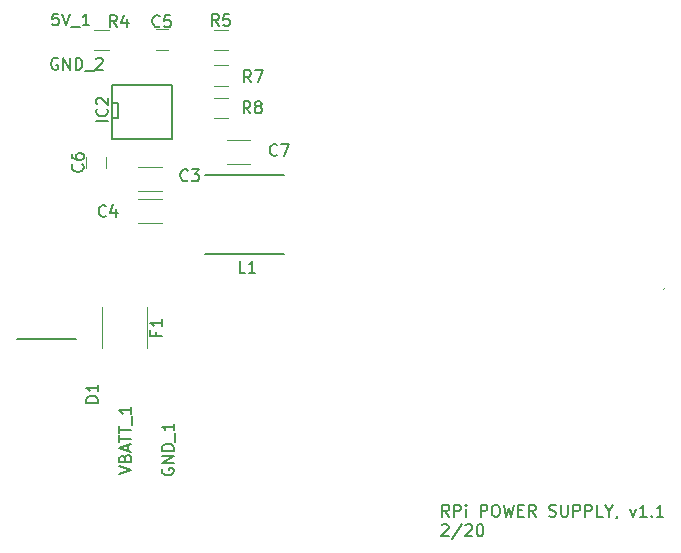
<source format=gbr>
G04 #@! TF.GenerationSoftware,KiCad,Pcbnew,(5.1.2)-2*
G04 #@! TF.CreationDate,2020-02-14T14:24:33-05:00*
G04 #@! TF.ProjectId,rpi-power-supply,7270692d-706f-4776-9572-2d737570706c,rev?*
G04 #@! TF.SameCoordinates,Original*
G04 #@! TF.FileFunction,Legend,Top*
G04 #@! TF.FilePolarity,Positive*
%FSLAX46Y46*%
G04 Gerber Fmt 4.6, Leading zero omitted, Abs format (unit mm)*
G04 Created by KiCad (PCBNEW (5.1.2)-2) date 2020-02-14 14:24:33*
%MOMM*%
%LPD*%
G04 APERTURE LIST*
%ADD10C,0.010000*%
%ADD11C,0.150000*%
%ADD12C,0.120000*%
G04 APERTURE END LIST*
D10*
X182106983Y-107101930D02*
G75*
G02X181992479Y-107211375I-969507J899702D01*
G01*
D11*
X163877023Y-126387380D02*
X163543690Y-125911190D01*
X163305595Y-126387380D02*
X163305595Y-125387380D01*
X163686547Y-125387380D01*
X163781785Y-125435000D01*
X163829404Y-125482619D01*
X163877023Y-125577857D01*
X163877023Y-125720714D01*
X163829404Y-125815952D01*
X163781785Y-125863571D01*
X163686547Y-125911190D01*
X163305595Y-125911190D01*
X164305595Y-126387380D02*
X164305595Y-125387380D01*
X164686547Y-125387380D01*
X164781785Y-125435000D01*
X164829404Y-125482619D01*
X164877023Y-125577857D01*
X164877023Y-125720714D01*
X164829404Y-125815952D01*
X164781785Y-125863571D01*
X164686547Y-125911190D01*
X164305595Y-125911190D01*
X165305595Y-126387380D02*
X165305595Y-125720714D01*
X165305595Y-125387380D02*
X165257976Y-125435000D01*
X165305595Y-125482619D01*
X165353214Y-125435000D01*
X165305595Y-125387380D01*
X165305595Y-125482619D01*
X166543690Y-126387380D02*
X166543690Y-125387380D01*
X166924642Y-125387380D01*
X167019880Y-125435000D01*
X167067500Y-125482619D01*
X167115119Y-125577857D01*
X167115119Y-125720714D01*
X167067500Y-125815952D01*
X167019880Y-125863571D01*
X166924642Y-125911190D01*
X166543690Y-125911190D01*
X167734166Y-125387380D02*
X167924642Y-125387380D01*
X168019880Y-125435000D01*
X168115119Y-125530238D01*
X168162738Y-125720714D01*
X168162738Y-126054047D01*
X168115119Y-126244523D01*
X168019880Y-126339761D01*
X167924642Y-126387380D01*
X167734166Y-126387380D01*
X167638928Y-126339761D01*
X167543690Y-126244523D01*
X167496071Y-126054047D01*
X167496071Y-125720714D01*
X167543690Y-125530238D01*
X167638928Y-125435000D01*
X167734166Y-125387380D01*
X168496071Y-125387380D02*
X168734166Y-126387380D01*
X168924642Y-125673095D01*
X169115119Y-126387380D01*
X169353214Y-125387380D01*
X169734166Y-125863571D02*
X170067500Y-125863571D01*
X170210357Y-126387380D02*
X169734166Y-126387380D01*
X169734166Y-125387380D01*
X170210357Y-125387380D01*
X171210357Y-126387380D02*
X170877023Y-125911190D01*
X170638928Y-126387380D02*
X170638928Y-125387380D01*
X171019880Y-125387380D01*
X171115119Y-125435000D01*
X171162738Y-125482619D01*
X171210357Y-125577857D01*
X171210357Y-125720714D01*
X171162738Y-125815952D01*
X171115119Y-125863571D01*
X171019880Y-125911190D01*
X170638928Y-125911190D01*
X172353214Y-126339761D02*
X172496071Y-126387380D01*
X172734166Y-126387380D01*
X172829404Y-126339761D01*
X172877023Y-126292142D01*
X172924642Y-126196904D01*
X172924642Y-126101666D01*
X172877023Y-126006428D01*
X172829404Y-125958809D01*
X172734166Y-125911190D01*
X172543690Y-125863571D01*
X172448452Y-125815952D01*
X172400833Y-125768333D01*
X172353214Y-125673095D01*
X172353214Y-125577857D01*
X172400833Y-125482619D01*
X172448452Y-125435000D01*
X172543690Y-125387380D01*
X172781785Y-125387380D01*
X172924642Y-125435000D01*
X173353214Y-125387380D02*
X173353214Y-126196904D01*
X173400833Y-126292142D01*
X173448452Y-126339761D01*
X173543690Y-126387380D01*
X173734166Y-126387380D01*
X173829404Y-126339761D01*
X173877023Y-126292142D01*
X173924642Y-126196904D01*
X173924642Y-125387380D01*
X174400833Y-126387380D02*
X174400833Y-125387380D01*
X174781785Y-125387380D01*
X174877023Y-125435000D01*
X174924642Y-125482619D01*
X174972261Y-125577857D01*
X174972261Y-125720714D01*
X174924642Y-125815952D01*
X174877023Y-125863571D01*
X174781785Y-125911190D01*
X174400833Y-125911190D01*
X175400833Y-126387380D02*
X175400833Y-125387380D01*
X175781785Y-125387380D01*
X175877023Y-125435000D01*
X175924642Y-125482619D01*
X175972261Y-125577857D01*
X175972261Y-125720714D01*
X175924642Y-125815952D01*
X175877023Y-125863571D01*
X175781785Y-125911190D01*
X175400833Y-125911190D01*
X176877023Y-126387380D02*
X176400833Y-126387380D01*
X176400833Y-125387380D01*
X177400833Y-125911190D02*
X177400833Y-126387380D01*
X177067500Y-125387380D02*
X177400833Y-125911190D01*
X177734166Y-125387380D01*
X178115119Y-126339761D02*
X178115119Y-126387380D01*
X178067500Y-126482619D01*
X178019880Y-126530238D01*
X179210357Y-125720714D02*
X179448452Y-126387380D01*
X179686547Y-125720714D01*
X180591309Y-126387380D02*
X180019880Y-126387380D01*
X180305595Y-126387380D02*
X180305595Y-125387380D01*
X180210357Y-125530238D01*
X180115119Y-125625476D01*
X180019880Y-125673095D01*
X181019880Y-126292142D02*
X181067500Y-126339761D01*
X181019880Y-126387380D01*
X180972261Y-126339761D01*
X181019880Y-126292142D01*
X181019880Y-126387380D01*
X182019880Y-126387380D02*
X181448452Y-126387380D01*
X181734166Y-126387380D02*
X181734166Y-125387380D01*
X181638928Y-125530238D01*
X181543690Y-125625476D01*
X181448452Y-125673095D01*
X163257976Y-127132619D02*
X163305595Y-127085000D01*
X163400833Y-127037380D01*
X163638928Y-127037380D01*
X163734166Y-127085000D01*
X163781785Y-127132619D01*
X163829404Y-127227857D01*
X163829404Y-127323095D01*
X163781785Y-127465952D01*
X163210357Y-128037380D01*
X163829404Y-128037380D01*
X164972261Y-126989761D02*
X164115119Y-128275476D01*
X165257976Y-127132619D02*
X165305595Y-127085000D01*
X165400833Y-127037380D01*
X165638928Y-127037380D01*
X165734166Y-127085000D01*
X165781785Y-127132619D01*
X165829404Y-127227857D01*
X165829404Y-127323095D01*
X165781785Y-127465952D01*
X165210357Y-128037380D01*
X165829404Y-128037380D01*
X166448452Y-127037380D02*
X166543690Y-127037380D01*
X166638928Y-127085000D01*
X166686547Y-127132619D01*
X166734166Y-127227857D01*
X166781785Y-127418333D01*
X166781785Y-127656428D01*
X166734166Y-127846904D01*
X166686547Y-127942142D01*
X166638928Y-127989761D01*
X166543690Y-128037380D01*
X166448452Y-128037380D01*
X166353214Y-127989761D01*
X166305595Y-127942142D01*
X166257976Y-127846904D01*
X166210357Y-127656428D01*
X166210357Y-127418333D01*
X166257976Y-127227857D01*
X166305595Y-127132619D01*
X166353214Y-127085000D01*
X166448452Y-127037380D01*
D12*
X139540000Y-96770000D02*
X137540000Y-96770000D01*
X137540000Y-98810000D02*
X139540000Y-98810000D01*
X139540000Y-99470000D02*
X137540000Y-99470000D01*
X137540000Y-101510000D02*
X139540000Y-101510000D01*
X140040000Y-85140000D02*
X139040000Y-85140000D01*
X139040000Y-86840000D02*
X140040000Y-86840000D01*
X133130000Y-95900000D02*
X133130000Y-96900000D01*
X134830000Y-96900000D02*
X134830000Y-95900000D01*
X145040000Y-96510000D02*
X147040000Y-96510000D01*
X147040000Y-94470000D02*
X145040000Y-94470000D01*
D11*
X132300000Y-111350000D02*
X127300000Y-111350000D01*
D12*
X134520000Y-108670000D02*
X134520000Y-112130000D01*
X138280000Y-108670000D02*
X138280000Y-112130000D01*
D11*
X135320000Y-89834000D02*
X140400000Y-89834000D01*
X140400000Y-89834000D02*
X140400000Y-94406000D01*
X140400000Y-94406000D02*
X135320000Y-94406000D01*
X135320000Y-94406000D02*
X135320000Y-89834000D01*
X135320000Y-91358000D02*
X135828000Y-91358000D01*
X135828000Y-91358000D02*
X135828000Y-92628000D01*
X135828000Y-92628000D02*
X135320000Y-92628000D01*
X143215000Y-104115000D02*
X149865000Y-104115000D01*
X143215000Y-97465000D02*
X149865000Y-97465000D01*
D12*
X135040000Y-86920000D02*
X133840000Y-86920000D01*
X133840000Y-85160000D02*
X135040000Y-85160000D01*
X145140000Y-86920000D02*
X143940000Y-86920000D01*
X143940000Y-85160000D02*
X145140000Y-85160000D01*
X145140000Y-89920000D02*
X143940000Y-89920000D01*
X143940000Y-88160000D02*
X145140000Y-88160000D01*
X143940000Y-90910000D02*
X145140000Y-90910000D01*
X145140000Y-92670000D02*
X143940000Y-92670000D01*
D11*
X141753333Y-97897142D02*
X141705714Y-97944761D01*
X141562857Y-97992380D01*
X141467619Y-97992380D01*
X141324761Y-97944761D01*
X141229523Y-97849523D01*
X141181904Y-97754285D01*
X141134285Y-97563809D01*
X141134285Y-97420952D01*
X141181904Y-97230476D01*
X141229523Y-97135238D01*
X141324761Y-97040000D01*
X141467619Y-96992380D01*
X141562857Y-96992380D01*
X141705714Y-97040000D01*
X141753333Y-97087619D01*
X142086666Y-96992380D02*
X142705714Y-96992380D01*
X142372380Y-97373333D01*
X142515238Y-97373333D01*
X142610476Y-97420952D01*
X142658095Y-97468571D01*
X142705714Y-97563809D01*
X142705714Y-97801904D01*
X142658095Y-97897142D01*
X142610476Y-97944761D01*
X142515238Y-97992380D01*
X142229523Y-97992380D01*
X142134285Y-97944761D01*
X142086666Y-97897142D01*
X134823333Y-100907142D02*
X134775714Y-100954761D01*
X134632857Y-101002380D01*
X134537619Y-101002380D01*
X134394761Y-100954761D01*
X134299523Y-100859523D01*
X134251904Y-100764285D01*
X134204285Y-100573809D01*
X134204285Y-100430952D01*
X134251904Y-100240476D01*
X134299523Y-100145238D01*
X134394761Y-100050000D01*
X134537619Y-100002380D01*
X134632857Y-100002380D01*
X134775714Y-100050000D01*
X134823333Y-100097619D01*
X135680476Y-100335714D02*
X135680476Y-101002380D01*
X135442380Y-99954761D02*
X135204285Y-100669047D01*
X135823333Y-100669047D01*
X139373333Y-84847142D02*
X139325714Y-84894761D01*
X139182857Y-84942380D01*
X139087619Y-84942380D01*
X138944761Y-84894761D01*
X138849523Y-84799523D01*
X138801904Y-84704285D01*
X138754285Y-84513809D01*
X138754285Y-84370952D01*
X138801904Y-84180476D01*
X138849523Y-84085238D01*
X138944761Y-83990000D01*
X139087619Y-83942380D01*
X139182857Y-83942380D01*
X139325714Y-83990000D01*
X139373333Y-84037619D01*
X140278095Y-83942380D02*
X139801904Y-83942380D01*
X139754285Y-84418571D01*
X139801904Y-84370952D01*
X139897142Y-84323333D01*
X140135238Y-84323333D01*
X140230476Y-84370952D01*
X140278095Y-84418571D01*
X140325714Y-84513809D01*
X140325714Y-84751904D01*
X140278095Y-84847142D01*
X140230476Y-84894761D01*
X140135238Y-84942380D01*
X139897142Y-84942380D01*
X139801904Y-84894761D01*
X139754285Y-84847142D01*
X132837142Y-96566666D02*
X132884761Y-96614285D01*
X132932380Y-96757142D01*
X132932380Y-96852380D01*
X132884761Y-96995238D01*
X132789523Y-97090476D01*
X132694285Y-97138095D01*
X132503809Y-97185714D01*
X132360952Y-97185714D01*
X132170476Y-97138095D01*
X132075238Y-97090476D01*
X131980000Y-96995238D01*
X131932380Y-96852380D01*
X131932380Y-96757142D01*
X131980000Y-96614285D01*
X132027619Y-96566666D01*
X131932380Y-95709523D02*
X131932380Y-95900000D01*
X131980000Y-95995238D01*
X132027619Y-96042857D01*
X132170476Y-96138095D01*
X132360952Y-96185714D01*
X132741904Y-96185714D01*
X132837142Y-96138095D01*
X132884761Y-96090476D01*
X132932380Y-95995238D01*
X132932380Y-95804761D01*
X132884761Y-95709523D01*
X132837142Y-95661904D01*
X132741904Y-95614285D01*
X132503809Y-95614285D01*
X132408571Y-95661904D01*
X132360952Y-95709523D01*
X132313333Y-95804761D01*
X132313333Y-95995238D01*
X132360952Y-96090476D01*
X132408571Y-96138095D01*
X132503809Y-96185714D01*
X149313333Y-95747142D02*
X149265714Y-95794761D01*
X149122857Y-95842380D01*
X149027619Y-95842380D01*
X148884761Y-95794761D01*
X148789523Y-95699523D01*
X148741904Y-95604285D01*
X148694285Y-95413809D01*
X148694285Y-95270952D01*
X148741904Y-95080476D01*
X148789523Y-94985238D01*
X148884761Y-94890000D01*
X149027619Y-94842380D01*
X149122857Y-94842380D01*
X149265714Y-94890000D01*
X149313333Y-94937619D01*
X149646666Y-94842380D02*
X150313333Y-94842380D01*
X149884761Y-95842380D01*
X134152380Y-116738095D02*
X133152380Y-116738095D01*
X133152380Y-116500000D01*
X133200000Y-116357142D01*
X133295238Y-116261904D01*
X133390476Y-116214285D01*
X133580952Y-116166666D01*
X133723809Y-116166666D01*
X133914285Y-116214285D01*
X134009523Y-116261904D01*
X134104761Y-116357142D01*
X134152380Y-116500000D01*
X134152380Y-116738095D01*
X134152380Y-115214285D02*
X134152380Y-115785714D01*
X134152380Y-115500000D02*
X133152380Y-115500000D01*
X133295238Y-115595238D01*
X133390476Y-115690476D01*
X133438095Y-115785714D01*
X139048571Y-110733333D02*
X139048571Y-111066666D01*
X139572380Y-111066666D02*
X138572380Y-111066666D01*
X138572380Y-110590476D01*
X139572380Y-109685714D02*
X139572380Y-110257142D01*
X139572380Y-109971428D02*
X138572380Y-109971428D01*
X138715238Y-110066666D01*
X138810476Y-110161904D01*
X138858095Y-110257142D01*
X134982380Y-92916190D02*
X133982380Y-92916190D01*
X134887142Y-91868571D02*
X134934761Y-91916190D01*
X134982380Y-92059047D01*
X134982380Y-92154285D01*
X134934761Y-92297142D01*
X134839523Y-92392380D01*
X134744285Y-92440000D01*
X134553809Y-92487619D01*
X134410952Y-92487619D01*
X134220476Y-92440000D01*
X134125238Y-92392380D01*
X134030000Y-92297142D01*
X133982380Y-92154285D01*
X133982380Y-92059047D01*
X134030000Y-91916190D01*
X134077619Y-91868571D01*
X134077619Y-91487619D02*
X134030000Y-91440000D01*
X133982380Y-91344761D01*
X133982380Y-91106666D01*
X134030000Y-91011428D01*
X134077619Y-90963809D01*
X134172857Y-90916190D01*
X134268095Y-90916190D01*
X134410952Y-90963809D01*
X134982380Y-91535238D01*
X134982380Y-90916190D01*
X146623333Y-105742380D02*
X146147142Y-105742380D01*
X146147142Y-104742380D01*
X147480476Y-105742380D02*
X146909047Y-105742380D01*
X147194761Y-105742380D02*
X147194761Y-104742380D01*
X147099523Y-104885238D01*
X147004285Y-104980476D01*
X146909047Y-105028095D01*
X135733333Y-84922380D02*
X135400000Y-84446190D01*
X135161904Y-84922380D02*
X135161904Y-83922380D01*
X135542857Y-83922380D01*
X135638095Y-83970000D01*
X135685714Y-84017619D01*
X135733333Y-84112857D01*
X135733333Y-84255714D01*
X135685714Y-84350952D01*
X135638095Y-84398571D01*
X135542857Y-84446190D01*
X135161904Y-84446190D01*
X136590476Y-84255714D02*
X136590476Y-84922380D01*
X136352380Y-83874761D02*
X136114285Y-84589047D01*
X136733333Y-84589047D01*
X144373333Y-84842380D02*
X144040000Y-84366190D01*
X143801904Y-84842380D02*
X143801904Y-83842380D01*
X144182857Y-83842380D01*
X144278095Y-83890000D01*
X144325714Y-83937619D01*
X144373333Y-84032857D01*
X144373333Y-84175714D01*
X144325714Y-84270952D01*
X144278095Y-84318571D01*
X144182857Y-84366190D01*
X143801904Y-84366190D01*
X145278095Y-83842380D02*
X144801904Y-83842380D01*
X144754285Y-84318571D01*
X144801904Y-84270952D01*
X144897142Y-84223333D01*
X145135238Y-84223333D01*
X145230476Y-84270952D01*
X145278095Y-84318571D01*
X145325714Y-84413809D01*
X145325714Y-84651904D01*
X145278095Y-84747142D01*
X145230476Y-84794761D01*
X145135238Y-84842380D01*
X144897142Y-84842380D01*
X144801904Y-84794761D01*
X144754285Y-84747142D01*
X147093333Y-89602380D02*
X146760000Y-89126190D01*
X146521904Y-89602380D02*
X146521904Y-88602380D01*
X146902857Y-88602380D01*
X146998095Y-88650000D01*
X147045714Y-88697619D01*
X147093333Y-88792857D01*
X147093333Y-88935714D01*
X147045714Y-89030952D01*
X146998095Y-89078571D01*
X146902857Y-89126190D01*
X146521904Y-89126190D01*
X147426666Y-88602380D02*
X148093333Y-88602380D01*
X147664761Y-89602380D01*
X147053333Y-92232380D02*
X146720000Y-91756190D01*
X146481904Y-92232380D02*
X146481904Y-91232380D01*
X146862857Y-91232380D01*
X146958095Y-91280000D01*
X147005714Y-91327619D01*
X147053333Y-91422857D01*
X147053333Y-91565714D01*
X147005714Y-91660952D01*
X146958095Y-91708571D01*
X146862857Y-91756190D01*
X146481904Y-91756190D01*
X147624761Y-91660952D02*
X147529523Y-91613333D01*
X147481904Y-91565714D01*
X147434285Y-91470476D01*
X147434285Y-91422857D01*
X147481904Y-91327619D01*
X147529523Y-91280000D01*
X147624761Y-91232380D01*
X147815238Y-91232380D01*
X147910476Y-91280000D01*
X147958095Y-91327619D01*
X148005714Y-91422857D01*
X148005714Y-91470476D01*
X147958095Y-91565714D01*
X147910476Y-91613333D01*
X147815238Y-91660952D01*
X147624761Y-91660952D01*
X147529523Y-91708571D01*
X147481904Y-91756190D01*
X147434285Y-91851428D01*
X147434285Y-92041904D01*
X147481904Y-92137142D01*
X147529523Y-92184761D01*
X147624761Y-92232380D01*
X147815238Y-92232380D01*
X147910476Y-92184761D01*
X147958095Y-92137142D01*
X148005714Y-92041904D01*
X148005714Y-91851428D01*
X147958095Y-91756190D01*
X147910476Y-91708571D01*
X147815238Y-91660952D01*
X135952380Y-122780952D02*
X136952380Y-122447619D01*
X135952380Y-122114285D01*
X136428571Y-121447619D02*
X136476190Y-121304761D01*
X136523809Y-121257142D01*
X136619047Y-121209523D01*
X136761904Y-121209523D01*
X136857142Y-121257142D01*
X136904761Y-121304761D01*
X136952380Y-121400000D01*
X136952380Y-121780952D01*
X135952380Y-121780952D01*
X135952380Y-121447619D01*
X136000000Y-121352380D01*
X136047619Y-121304761D01*
X136142857Y-121257142D01*
X136238095Y-121257142D01*
X136333333Y-121304761D01*
X136380952Y-121352380D01*
X136428571Y-121447619D01*
X136428571Y-121780952D01*
X136666666Y-120828571D02*
X136666666Y-120352380D01*
X136952380Y-120923809D02*
X135952380Y-120590476D01*
X136952380Y-120257142D01*
X135952380Y-120066666D02*
X135952380Y-119495238D01*
X136952380Y-119780952D02*
X135952380Y-119780952D01*
X135952380Y-119304761D02*
X135952380Y-118733333D01*
X136952380Y-119019047D02*
X135952380Y-119019047D01*
X137047619Y-118638095D02*
X137047619Y-117876190D01*
X136952380Y-117114285D02*
X136952380Y-117685714D01*
X136952380Y-117400000D02*
X135952380Y-117400000D01*
X136095238Y-117495238D01*
X136190476Y-117590476D01*
X136238095Y-117685714D01*
X130740952Y-87590000D02*
X130645714Y-87542380D01*
X130502857Y-87542380D01*
X130360000Y-87590000D01*
X130264761Y-87685238D01*
X130217142Y-87780476D01*
X130169523Y-87970952D01*
X130169523Y-88113809D01*
X130217142Y-88304285D01*
X130264761Y-88399523D01*
X130360000Y-88494761D01*
X130502857Y-88542380D01*
X130598095Y-88542380D01*
X130740952Y-88494761D01*
X130788571Y-88447142D01*
X130788571Y-88113809D01*
X130598095Y-88113809D01*
X131217142Y-88542380D02*
X131217142Y-87542380D01*
X131788571Y-88542380D01*
X131788571Y-87542380D01*
X132264761Y-88542380D02*
X132264761Y-87542380D01*
X132502857Y-87542380D01*
X132645714Y-87590000D01*
X132740952Y-87685238D01*
X132788571Y-87780476D01*
X132836190Y-87970952D01*
X132836190Y-88113809D01*
X132788571Y-88304285D01*
X132740952Y-88399523D01*
X132645714Y-88494761D01*
X132502857Y-88542380D01*
X132264761Y-88542380D01*
X133026666Y-88637619D02*
X133788571Y-88637619D01*
X133979047Y-87637619D02*
X134026666Y-87590000D01*
X134121904Y-87542380D01*
X134360000Y-87542380D01*
X134455238Y-87590000D01*
X134502857Y-87637619D01*
X134550476Y-87732857D01*
X134550476Y-87828095D01*
X134502857Y-87970952D01*
X133931428Y-88542380D01*
X134550476Y-88542380D01*
X139600000Y-122319047D02*
X139552380Y-122414285D01*
X139552380Y-122557142D01*
X139600000Y-122700000D01*
X139695238Y-122795238D01*
X139790476Y-122842857D01*
X139980952Y-122890476D01*
X140123809Y-122890476D01*
X140314285Y-122842857D01*
X140409523Y-122795238D01*
X140504761Y-122700000D01*
X140552380Y-122557142D01*
X140552380Y-122461904D01*
X140504761Y-122319047D01*
X140457142Y-122271428D01*
X140123809Y-122271428D01*
X140123809Y-122461904D01*
X140552380Y-121842857D02*
X139552380Y-121842857D01*
X140552380Y-121271428D01*
X139552380Y-121271428D01*
X140552380Y-120795238D02*
X139552380Y-120795238D01*
X139552380Y-120557142D01*
X139600000Y-120414285D01*
X139695238Y-120319047D01*
X139790476Y-120271428D01*
X139980952Y-120223809D01*
X140123809Y-120223809D01*
X140314285Y-120271428D01*
X140409523Y-120319047D01*
X140504761Y-120414285D01*
X140552380Y-120557142D01*
X140552380Y-120795238D01*
X140647619Y-120033333D02*
X140647619Y-119271428D01*
X140552380Y-118509523D02*
X140552380Y-119080952D01*
X140552380Y-118795238D02*
X139552380Y-118795238D01*
X139695238Y-118890476D01*
X139790476Y-118985714D01*
X139838095Y-119080952D01*
X130792380Y-83802380D02*
X130316190Y-83802380D01*
X130268571Y-84278571D01*
X130316190Y-84230952D01*
X130411428Y-84183333D01*
X130649523Y-84183333D01*
X130744761Y-84230952D01*
X130792380Y-84278571D01*
X130840000Y-84373809D01*
X130840000Y-84611904D01*
X130792380Y-84707142D01*
X130744761Y-84754761D01*
X130649523Y-84802380D01*
X130411428Y-84802380D01*
X130316190Y-84754761D01*
X130268571Y-84707142D01*
X131125714Y-83802380D02*
X131459047Y-84802380D01*
X131792380Y-83802380D01*
X131887619Y-84897619D02*
X132649523Y-84897619D01*
X133411428Y-84802380D02*
X132840000Y-84802380D01*
X133125714Y-84802380D02*
X133125714Y-83802380D01*
X133030476Y-83945238D01*
X132935238Y-84040476D01*
X132840000Y-84088095D01*
M02*

</source>
